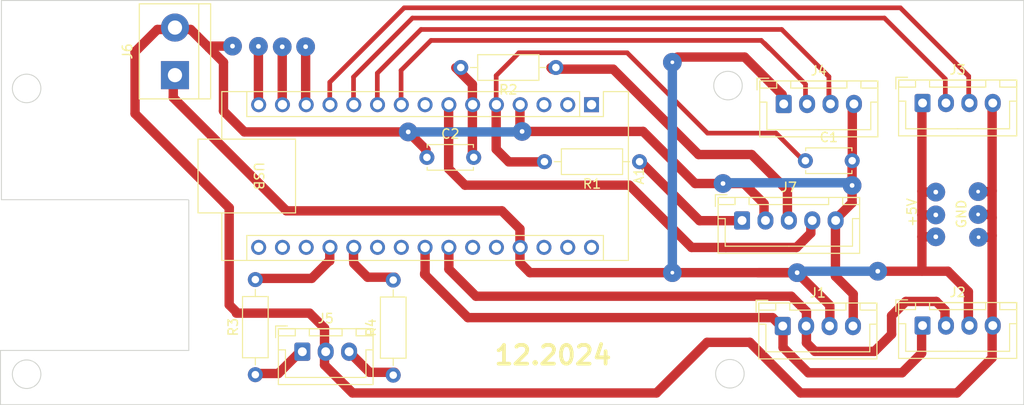
<source format=kicad_pcb>
(kicad_pcb (version 20211014) (generator pcbnew)
  (layers (0 "F.Cu" signal) (31 "B.Cu" signal) (34 "B.Paste" user) (35 "F.Paste" user) (36 "B.SilkS" user "B.Silkscreen") (37 "F.SilkS" user "F.Silkscreen") (38 "B.Mask" user) (39 "F.Mask" user) (44 "Edge.Cuts" user))
  (net 0 "")
  (net 4 "GNDREF")
  (net 5 "Net-(A1-Pad5)")
  (net 6 "Net-(A1-Pad6)")
  (net 7 "Net-(A1-Pad7)")
  (net 9 "Net-(A1-Pad9)")
  (net 10 "Net-(A1-Pad10)")
  (net 11 "Net-(A1-Pad11)")
  (net 12 "Net-(A1-Pad12)")
  (net 13 "Net-(A1-Pad13)")
  (net 14 "Net-(A1-Pad14)")
  (net 15 "unconnected-(A1-Pad15)")
  (net 19 "Net-(A1-Pad19)")
  (net 20 "Net-(A1-Pad20)")
  (net 23 "Net-(A1-Pad23)")
  (net 24 "Net-(A1-Pad24)")
  (net 26 "+5V")
  (net 29 "Net-(J5-Pad1)")
  (net 30 "Net-(J5-Pad3)")
  (net 33 "Net-(J7-Pad1)")
  (net 34 "Net-(J7-Pad3)")
  (footprint "Resistor_THT:R_Axial_DIN0207_L6.3mm_D2.5mm_P10.16mm_Horizontal" (layer "F.Cu") (at 80.5688 55.9816 90)
    (fp_text reference "R3" (at 5.08 -2.37 90) (layer "F.SilkS"))
    (fp_text value "4,7K")
    (fp_line (start 1.81 -1.37) (end 1.81 1.37) (layer "F.SilkS") (width 0.12))
    (fp_line (start 1.04 0) (end 1.81 0) (layer "F.SilkS") (width 0.12))
    (fp_line (start 1.81 1.37) (end 8.35 1.37) (layer "F.SilkS") (width 0.12))
    (fp_line (start 9.12 0) (end 8.35 0) (layer "F.SilkS") (width 0.12))
    (fp_line (start 8.35 1.37) (end 8.35 -1.37) (layer "F.SilkS") (width 0.12))
    (fp_line (start 8.35 -1.37) (end 1.81 -1.37) (layer "F.SilkS") (width 0.12))
    (pad "1" thru_hole circle (at 0 0 90) (size 1.6 1.6) (drill 0.8) (layers *.Cu *.Mask) (net 29 "Net-(J5-Pad1)"))
    (pad "2" thru_hole oval (at 10.16 0 90) (size 1.6 1.6) (drill 0.8) (layers *.Cu *.Mask) (net 19 "Net-(A1-Pad19)"))
  )
  (footprint "Capacitor_THT:C_Disc_D4.7mm_W2.5mm_P5.00mm" (layer "F.Cu") (at 139.3336 33.1216)
    (fp_text reference "C1" (at 2.5 -2.5) (layer "F.SilkS"))
    (fp_text value "100n")
    (fp_line (start 0.03 -1.37) (end 0.03 -1.055) (layer "F.SilkS") (width 0.12))
    (fp_line (start 4.97 1.055) (end 4.97 1.37) (layer "F.SilkS") (width 0.12))
    (fp_line (start 0.03 1.37) (end 4.97 1.37) (layer "F.SilkS") (width 0.12))
    (fp_line (start 0.03 -1.37) (end 4.97 -1.37) (layer "F.SilkS") (width 0.12))
    (fp_line (start 0.03 1.055) (end 0.03 1.37) (layer "F.SilkS") (width 0.12))
    (fp_line (start 4.97 -1.37) (end 4.97 -1.055) (layer "F.SilkS") (width 0.12))
    (pad "1" thru_hole circle (at 0 0) (size 1.6 1.6) (drill 0.8) (layers *.Cu *.Mask) (net 5 "Net-(A1-Pad5)"))
    (pad "2" thru_hole circle (at 5 0) (size 1.6 1.6) (drill 0.8) (layers *.Cu *.Mask) (net 4 "GNDREF"))
  )
  (footprint "Connector_JST:JST_XH_B3B-XH-A_1x03_P2.50mm_Vertical" (layer "F.Cu") (at 85.5872 53.5262)
    (fp_text reference "J5" (at 2.5 -3.55) (layer "F.SilkS"))
    (fp_text value "Audio IN")
    (fp_line (start -2.55 -2.45) (end -2.55 -1.7) (layer "F.SilkS") (width 0.12))
    (fp_line (start -1.6 -2.75) (end -2.85 -2.75) (layer "F.SilkS") (width 0.12))
    (fp_line (start -1.8 -0.2) (end -1.8 2.75) (layer "F.SilkS") (width 0.12))
    (fp_line (start -2.55 -0.2) (end -1.8 -0.2) (layer "F.SilkS") (width 0.12))
    (fp_line (start 0.75 -1.7) (end 4.25 -1.7) (layer "F.SilkS") (width 0.12))
    (fp_line (start 7.56 3.51) (end 7.56 -2.46) (layer "F.SilkS") (width 0.12))
    (fp_line (start 0.75 -2.45) (end 0.75 -1.7) (layer "F.SilkS") (width 0.12))
    (fp_line (start -2.56 -2.46) (end -2.56 3.51) (layer "F.SilkS") (width 0.12))
    (fp_line (start 5.75 -2.45) (end 5.75 -1.7) (layer "F.SilkS") (width 0.12))
    (fp_line (start -2.85 -2.75) (end -2.85 -1.5) (layer "F.SilkS") (width 0.12))
    (fp_line (start 4.25 -2.45) (end 0.75 -2.45) (layer "F.SilkS") (width 0.12))
    (fp_line (start 7.56 -2.46) (end -2.56 -2.46) (layer "F.SilkS") (width 0.12))
    (fp_line (start 4.25 -1.7) (end 4.25 -2.45) (layer "F.SilkS") (width 0.12))
    (fp_line (start 7.55 -0.2) (end 6.8 -0.2) (layer "F.SilkS") (width 0.12))
    (fp_line (start -2.55 -1.7) (end -0.75 -1.7) (layer "F.SilkS") (width 0.12))
    (fp_line (start 5.75 -1.7) (end 7.55 -1.7) (layer "F.SilkS") (width 0.12))
    (fp_line (start 7.55 -2.45) (end 5.75 -2.45) (layer "F.SilkS") (width 0.12))
    (fp_line (start -2.56 3.51) (end 7.56 3.51) (layer "F.SilkS") (width 0.12))
    (fp_line (start -0.75 -1.7) (end -0.75 -2.45) (layer "F.SilkS") (width 0.12))
    (fp_line (start 6.8 2.75) (end 2.5 2.75) (layer "F.SilkS") (width 0.12))
    (fp_line (start 7.55 -1.7) (end 7.55 -2.45) (layer "F.SilkS") (width 0.12))
    (fp_line (start 6.8 -0.2) (end 6.8 2.75) (layer "F.SilkS") (width 0.12))
    (fp_line (start -1.8 2.75) (end 2.5 2.75) (layer "F.SilkS") (width 0.12))
    (fp_line (start -0.75 -2.45) (end -2.55 -2.45) (layer "F.SilkS") (width 0.12))
    (pad "1" thru_hole roundrect (at 0 0) (size 1.7 1.95) (drill 0.95) (layers *.Cu *.Mask) (roundrect_rratio 0.147059) (net 29 "Net-(J5-Pad1)"))
    (pad "2" thru_hole oval (at 2.5 0) (size 1.7 1.95) (drill 0.95) (layers *.Cu *.Mask) (net 4 "GNDREF"))
    (pad "3" thru_hole oval (at 5 0) (size 1.7 1.95) (drill 0.95) (layers *.Cu *.Mask) (net 30 "Net-(J5-Pad3)"))
  )
  (footprint "Resistor_THT:R_Axial_DIN0207_L6.3mm_D2.5mm_P10.16mm_Horizontal" (layer "F.Cu") (at 121.6152 33.2232 180)
    (fp_text reference "R1" (at 5.08 -2.37) (layer "F.SilkS"))
    (fp_text value "10K")
    (fp_line (start 8.35 -1.37) (end 1.81 -1.37) (layer "F.SilkS") (width 0.12))
    (fp_line (start 1.04 0) (end 1.81 0) (layer "F.SilkS") (width 0.12))
    (fp_line (start 1.81 1.37) (end 8.35 1.37) (layer "F.SilkS") (width 0.12))
    (fp_line (start 9.12 0) (end 8.35 0) (layer "F.SilkS") (width 0.12))
    (fp_line (start 8.35 1.37) (end 8.35 -1.37) (layer "F.SilkS") (width 0.12))
    (fp_line (start 1.81 -1.37) (end 1.81 1.37) (layer "F.SilkS") (width 0.12))
    (pad "1" thru_hole circle (at 0 0 180) (size 1.6 1.6) (drill 0.8) (layers *.Cu *.Mask) (net 33 "Net-(J7-Pad1)"))
    (pad "2" thru_hole oval (at 10.16 0 180) (size 1.6 1.6) (drill 0.8) (layers *.Cu *.Mask) (net 5 "Net-(A1-Pad5)"))
  )
  (footprint "Resistor_THT:R_Axial_DIN0207_L6.3mm_D2.5mm_P10.16mm_Horizontal" (layer "F.Cu") (at 95.3008 56.0324 90)
    (fp_text reference "R4" (at 5.08 -2.37 90) (layer "F.SilkS"))
    (fp_text value "4,7K")
    (fp_line (start 1.04 0) (end 1.81 0) (layer "F.SilkS") (width 0.12))
    (fp_line (start 9.12 0) (end 8.35 0) (layer "F.SilkS") (width 0.12))
    (fp_line (start 8.35 -1.37) (end 1.81 -1.37) (layer "F.SilkS") (width 0.12))
    (fp_line (start 8.35 1.37) (end 8.35 -1.37) (layer "F.SilkS") (width 0.12))
    (fp_line (start 1.81 -1.37) (end 1.81 1.37) (layer "F.SilkS") (width 0.12))
    (fp_line (start 1.81 1.37) (end 8.35 1.37) (layer "F.SilkS") (width 0.12))
    (pad "1" thru_hole circle (at 0 0 90) (size 1.6 1.6) (drill 0.8) (layers *.Cu *.Mask) (net 30 "Net-(J5-Pad3)"))
    (pad "2" thru_hole oval (at 10.16 0 90) (size 1.6 1.6) (drill 0.8) (layers *.Cu *.Mask) (net 20 "Net-(A1-Pad20)"))
  )
  (footprint "Capacitor_THT:C_Disc_D4.7mm_W2.5mm_P5.00mm" (layer "F.Cu") (at 98.8968 32.766)
    (fp_text reference "C2" (at 2.5 -2.5) (layer "F.SilkS"))
    (fp_text value "100n")
    (fp_line (start 4.97 1.055) (end 4.97 1.37) (layer "F.SilkS") (width 0.12))
    (fp_line (start 0.03 1.055) (end 0.03 1.37) (layer "F.SilkS") (width 0.12))
    (fp_line (start 4.97 -1.37) (end 4.97 -1.055) (layer "F.SilkS") (width 0.12))
    (fp_line (start 0.03 1.37) (end 4.97 1.37) (layer "F.SilkS") (width 0.12))
    (fp_line (start 0.03 -1.37) (end 0.03 -1.055) (layer "F.SilkS") (width 0.12))
    (fp_line (start 0.03 -1.37) (end 4.97 -1.37) (layer "F.SilkS") (width 0.12))
    (pad "1" thru_hole circle (at 0 0) (size 1.6 1.6) (drill 0.8) (layers *.Cu *.Mask) (net 4 "GNDREF"))
    (pad "2" thru_hole circle (at 5 0) (size 1.6 1.6) (drill 0.8) (layers *.Cu *.Mask) (net 6 "Net-(A1-Pad6)"))
  )
  (footprint "TerminalBlock:TerminalBlock_bornier-2_P5.08mm" (layer "F.Cu") (at 71.9836 23.9776 90)
    (fp_text reference "J6" (at 2.54 -5.08 90) (layer "F.SilkS"))
    (fp_text value "5V")
    (fp_line (start 7.62 2.54) (end -2.54 2.54) (layer "F.SilkS") (width 0.12))
    (fp_line (start 7.62 -3.81) (end -2.54 -3.81) (layer "F.SilkS") (width 0.12))
    (fp_line (start -2.54 -3.81) (end -2.54 3.81) (layer "F.SilkS") (width 0.12))
    (fp_line (start -2.54 3.81) (end 7.62 3.81) (layer "F.SilkS") (width 0.12))
    (fp_line (start 7.62 3.81) (end 7.62 -3.81) (layer "F.SilkS") (width 0.12))
    (pad "1" thru_hole rect (at 0 0 90) (size 3 3) (drill 1.52) (layers *.Cu *.Mask) (net 26 "+5V"))
    (pad "2" thru_hole circle (at 5.08 0 90) (size 3 3) (drill 1.52) (layers *.Cu *.Mask) (net 4 "GNDREF"))
  )
  (footprint "Connector_JST:JST_XH_B4B-XH-A_1x04_P2.50mm_Vertical" (layer "F.Cu") (at 151.8504 26.9578)
    (fp_text reference "J3" (at 3.75 -3.55) (layer "F.SilkS"))
    (fp_text value "Реле 2")
    (fp_line (start -0.75 -1.7) (end -0.75 -2.45) (layer "F.SilkS") (width 0.12))
    (fp_line (start -1.8 2.75) (end 3.75 2.75) (layer "F.SilkS") (width 0.12))
    (fp_line (start 8.25 -1.7) (end 10.05 -1.7) (layer "F.SilkS") (width 0.12))
    (fp_line (start -2.55 -1.7) (end -0.75 -1.7) (layer "F.SilkS") (width 0.12))
    (fp_line (start -2.55 -2.45) (end -2.55 -1.7) (layer "F.SilkS") (width 0.12))
    (fp_line (start 0.75 -2.45) (end 0.75 -1.7) (layer "F.SilkS") (width 0.12))
    (fp_line (start 8.25 -2.45) (end 8.25 -1.7) (layer "F.SilkS") (width 0.12))
    (fp_line (start 10.05 -2.45) (end 8.25 -2.45) (layer "F.SilkS") (width 0.12))
    (fp_line (start 10.06 3.51) (end 10.06 -2.46) (layer "F.SilkS") (width 0.12))
    (fp_line (start -2.85 -2.75) (end -2.85 -1.5) (layer "F.SilkS") (width 0.12))
    (fp_line (start 9.3 -0.2) (end 9.3 2.75) (layer "F.SilkS") (width 0.12))
    (fp_line (start 10.05 -1.7) (end 10.05 -2.45) (layer "F.SilkS") (width 0.12))
    (fp_line (start -2.55 -0.2) (end -1.8 -0.2) (layer "F.SilkS") (width 0.12))
    (fp_line (start 0.75 -1.7) (end 6.75 -1.7) (layer "F.SilkS") (width 0.12))
    (fp_line (start 10.05 -0.2) (end 9.3 -0.2) (layer "F.SilkS") (width 0.12))
    (fp_line (start 10.06 -2.46) (end -2.56 -2.46) (layer "F.SilkS") (width 0.12))
    (fp_line (start 6.75 -2.45) (end 0.75 -2.45) (layer "F.SilkS") (width 0.12))
    (fp_line (start 6.75 -1.7) (end 6.75 -2.45) (layer "F.SilkS") (width 0.12))
    (fp_line (start -0.75 -2.45) (end -2.55 -2.45) (layer "F.SilkS") (width 0.12))
    (fp_line (start -1.6 -2.75) (end -2.85 -2.75) (layer "F.SilkS") (width 0.12))
    (fp_line (start 9.3 2.75) (end 3.75 2.75) (layer "F.SilkS") (width 0.12))
    (fp_line (start -2.56 3.51) (end 10.06 3.51) (layer "F.SilkS") (width 0.12))
    (fp_line (start -1.8 -0.2) (end -1.8 2.75) (layer "F.SilkS") (width 0.12))
    (fp_line (start -2.56 -2.46) (end -2.56 3.51) (layer "F.SilkS") (width 0.12))
    (pad "1" thru_hole roundrect (at 0 0) (size 1.7 1.95) (drill 0.95) (layers *.Cu *.Mask) (roundrect_rratio 0.147059) (net 26 "+5V"))
    (pad "2" thru_hole oval (at 2.5 0) (size 1.7 1.95) (drill 0.95) (layers *.Cu *.Mask) (net 11 "Net-(A1-Pad11)"))
    (pad "3" thru_hole oval (at 5 0) (size 1.7 1.95) (drill 0.95) (layers *.Cu *.Mask) (net 12 "Net-(A1-Pad12)"))
    (pad "4" thru_hole oval (at 7.5 0) (size 1.7 1.95) (drill 0.95) (layers *.Cu *.Mask) (net 4 "GNDREF"))
  )
  (footprint "Module:Arduino_Nano" (layer "F.Cu") (at 116.4844 27.1372 -90)
    (fp_text reference "A1" (at 7.62 -5.08 90) (layer "F.SilkS"))
    (fp_text value "Arduino_Nano_v3.x")
    (fp_text user "USB" (at 7.62 35.56 -90 unlocked) (layer "F.SilkS"))
    (fp_line (start -1.4 1.27) (end -1.4 39.5) (layer "F.SilkS") (width 0.12))
    (fp_line (start 13.97 36.83) (end 16.64 36.83) (layer "F.SilkS") (width 0.12))
    (fp_line (start 11.56 42.04) (end 3.68 42.04) (layer "F.SilkS") (width 0.12))
    (fp_line (start 16.64 39.5) (end 16.64 -3.94) (layer "F.SilkS") (width 0.12))
    (fp_line (start 1.27 1.27) (end 1.27 -1.27) (layer "F.SilkS") (width 0.12))
    (fp_line (start 1.27 1.27) (end -1.4 1.27) (layer "F.SilkS") (width 0.12))
    (fp_line (start 16.64 -3.94) (end -1.4 -3.94) (layer "F.SilkS") (width 0.12))
    (fp_line (start 16.64 39.5) (end 11.56 39.5) (layer "F.SilkS") (width 0.12))
    (fp_line (start 13.97 -1.27) (end 16.64 -1.27) (layer "F.SilkS") (width 0.12))
    (fp_line (start 1.27 1.27) (end 1.27 36.83) (layer "F.SilkS") (width 0.12))
    (fp_line (start 3.68 31.62) (end 11.56 31.62) (layer "F.SilkS") (width 0.12))
    (fp_line (start 3.68 42.04) (end 3.68 31.62) (layer "F.SilkS") (width 0.12))
    (fp_line (start -1.4 39.5) (end 3.68 39.5) (layer "F.SilkS") (width 0.12))
    (fp_line (start 1.27 -1.27) (end -1.4 -1.27) (layer "F.SilkS") (width 0.12))
    (fp_line (start 13.97 -1.27) (end 13.97 36.83) (layer "F.SilkS") (width 0.12))
    (fp_line (start 1.27 36.83) (end -1.4 36.83) (layer "F.SilkS") (width 0.12))
    (fp_line (start 11.56 31.62) (end 11.56 42.04) (layer "F.SilkS") (width 0.12))
    (fp_line (start -1.4 -3.94) (end -1.4 -1.27) (layer "F.SilkS") (width 0.12))
    (pad "1" thru_hole rect (at 0 0 270) (size 1.6 1.6) (drill 1) (layers *.Cu *.Mask))
    (pad "2" thru_hole oval (at 0 2.54 270) (size 1.6 1.6) (drill 1) (layers *.Cu *.Mask))
    (pad "3" thru_hole oval (at 0 5.08 270) (size 1.6 1.6) (drill 1) (layers *.Cu *.Mask))
    (pad "4" thru_hole oval (at 0 7.62 270) (size 1.6 1.6) (drill 1) (layers *.Cu *.Mask) (net 4 "GNDREF"))
    (pad "5" thru_hole oval (at 0 10.16 270) (size 1.6 1.6) (drill 1) (layers *.Cu *.Mask) (net 5 "Net-(A1-Pad5)"))
    (pad "6" thru_hole oval (at 0 12.7 270) (size 1.6 1.6) (drill 1) (layers *.Cu *.Mask) (net 6 "Net-(A1-Pad6)"))
    (pad "7" thru_hole oval (at 0 15.24 270) (size 1.6 1.6) (drill 1) (layers *.Cu *.Mask) (net 7 "Net-(A1-Pad7)"))
    (pad "8" thru_hole oval (at 0 17.78 270) (size 1.6 1.6) (drill 1) (layers *.Cu *.Mask))
    (pad "9" thru_hole oval (at 0 20.32 270) (size 1.6 1.6) (drill 1) (layers *.Cu *.Mask) (net 9 "Net-(A1-Pad9)"))
    (pad "10" thru_hole oval (at 0 22.86 270) (size 1.6 1.6) (drill 1) (layers *.Cu *.Mask) (net 10 "Net-(A1-Pad10)"))
    (pad "11" thru_hole oval (at 0 25.4 270) (size 1.6 1.6) (drill 1) (layers *.Cu *.Mask) (net 11 "Net-(A1-Pad11)"))
    (pad "12" thru_hole oval (at 0 27.94 270) (size 1.6 1.6) (drill 1) (layers *.Cu *.Mask) (net 12 "Net-(A1-Pad12)"))
    (pad "13" thru_hole oval (at 0 30.48 270) (size 1.6 1.6) (drill 1) (layers *.Cu *.Mask) (net 13 "Net-(A1-Pad13)"))
    (pad "14" thru_hole oval (at 0 33.02 270) (size 1.6 1.6) (drill 1) (layers *.Cu *.Mask) (net 14 "Net-(A1-Pad14)"))
    (pad "15" thru_hole oval (at 0 35.56 270) (size 1.6 1.6) (drill 1) (layers *.Cu *.Mask) (net 15 "unconnected-(A1-Pad15)"))
    (pad "16" thru_hole oval (at 15.24 35.56 270) (size 1.6 1.6) (drill 1) (layers *.Cu *.Mask))
    (pad "17" thru_hole oval (at 15.24 33.02 270) (size 1.6 1.6) (drill 1) (layers *.Cu *.Mask))
    (pad "18" thru_hole oval (at 15.24 30.48 270) (size 1.6 1.6) (drill 1) (layers *.Cu *.Mask))
    (pad "19" thru_hole oval (at 15.24 27.94 270) (size 1.6 1.6) (drill 1) (layers *.Cu *.Mask) (net 19 "Net-(A1-Pad19)"))
    (pad "20" thru_hole oval (at 15.24 25.4 270) (size 1.6 1.6) (drill 1) (layers *.Cu *.Mask) (net 20 "Net-(A1-Pad20)"))
    (pad "21" thru_hole oval (at 15.24 22.86 270) (size 1.6 1.6) (drill 1) (layers *.Cu *.Mask))
    (pad "22" thru_hole oval (at 15.24 20.32 270) (size 1.6 1.6) (drill 1) (layers *.Cu *.Mask))
    (pad "23" thru_hole oval (at 15.24 17.78 270) (size 1.6 1.6) (drill 1) (layers *.Cu *.Mask) (net 23 "Net-(A1-Pad23)"))
    (pad "24" thru_hole oval (at 15.24 15.24 270) (size 1.6 1.6) (drill 1) (layers *.Cu *.Mask) (net 24 "Net-(A1-Pad24)"))
    (pad "25" thru_hole oval (at 15.24 12.7 270) (size 1.6 1.6) (drill 1) (layers *.Cu *.Mask))
    (pad "26" thru_hole oval (at 15.24 10.16 270) (size 1.6 1.6) (drill 1) (layers *.Cu *.Mask))
    (pad "27" thru_hole oval (at 15.24 7.62 270) (size 1.6 1.6) (drill 1) (layers *.Cu *.Mask) (net 26 "+5V"))
    (pad "28" thru_hole oval (at 15.24 5.08 270) (size 1.6 1.6) (drill 1) (layers *.Cu *.Mask))
    (pad "29" thru_hole oval (at 15.24 2.54 270) (size 1.6 1.6) (drill 1) (layers *.Cu *.Mask))
    (pad "30" thru_hole oval (at 15.24 0 270) (size 1.6 1.6) (drill 1) (layers *.Cu *.Mask))
  )
  (footprint "Resistor_THT:R_Axial_DIN0207_L6.3mm_D2.5mm_P10.16mm_Horizontal" (layer "F.Cu") (at 112.6744 23.1648 180)
    (fp_text reference "R2" (at 5.08 -2.37) (layer "F.SilkS"))
    (fp_text value "10K")
    (fp_line (start 1.04 0) (end 1.81 0) (layer "F.SilkS") (width 0.12))
    (fp_line (start 1.81 -1.37) (end 1.81 1.37) (layer "F.SilkS") (width 0.12))
    (fp_line (start 1.81 1.37) (end 8.35 1.37) (layer "F.SilkS") (width 0.12))
    (fp_line (start 8.35 -1.37) (end 1.81 -1.37) (layer "F.SilkS") (width 0.12))
    (fp_line (start 9.12 0) (end 8.35 0) (layer "F.SilkS") (width 0.12))
    (fp_line (start 8.35 1.37) (end 8.35 -1.37) (layer "F.SilkS") (width 0.12))
    (pad "1" thru_hole circle (at 0 0 180) (size 1.6 1.6) (drill 0.8) (layers *.Cu *.Mask) (net 34 "Net-(J7-Pad3)"))
    (pad "2" thru_hole oval (at 10.16 0 180) (size 1.6 1.6) (drill 0.8) (layers *.Cu *.Mask) (net 6 "Net-(A1-Pad6)"))
  )
  (footprint "Connector_JST:JST_XH_B4B-XH-A_1x04_P2.50mm_Vertical" (layer "F.Cu") (at 136.9152 50.783)
    (fp_text reference "J1" (at 3.75 -3.55) (layer "F.SilkS"))
    (fp_text value "LCD1602-1")
    (fp_line (start -0.75 -1.7) (end -0.75 -2.45) (layer "F.SilkS") (width 0.12))
    (fp_line (start 9.3 -0.2) (end 9.3 2.75) (layer "F.SilkS") (width 0.12))
    (fp_line (start 6.75 -1.7) (end 6.75 -2.45) (layer "F.SilkS") (width 0.12))
    (fp_line (start -2.55 -2.45) (end -2.55 -1.7) (layer "F.SilkS") (width 0.12))
    (fp_line (start -1.6 -2.75) (end -2.85 -2.75) (layer "F.SilkS") (width 0.12))
    (fp_line (start -0.75 -2.45) (end -2.55 -2.45) (layer "F.SilkS") (width 0.12))
    (fp_line (start -2.55 -0.2) (end -1.8 -0.2) (layer "F.SilkS") (width 0.12))
    (fp_line (start -2.56 -2.46) (end -2.56 3.51) (layer "F.SilkS") (width 0.12))
    (fp_line (start -2.85 -2.75) (end -2.85 -1.5) (layer "F.SilkS") (width 0.12))
    (fp_line (start 10.05 -2.45) (end 8.25 -2.45) (layer "F.SilkS") (width 0.12))
    (fp_line (start 8.25 -1.7) (end 10.05 -1.7) (layer "F.SilkS") (width 0.12))
    (fp_line (start 9.3 2.75) (end 3.75 2.75) (layer "F.SilkS") (width 0.12))
    (fp_line (start -1.8 2.75) (end 3.75 2.75) (layer "F.SilkS") (width 0.12))
    (fp_line (start -1.8 -0.2) (end -1.8 2.75) (layer "F.SilkS") (width 0.12))
    (fp_line (start -2.56 3.51) (end 10.06 3.51) (layer "F.SilkS") (width 0.12))
    (fp_line (start 10.06 -2.46) (end -2.56 -2.46) (layer "F.SilkS") (width 0.12))
    (fp_line (start 6.75 -2.45) (end 0.75 -2.45) (layer "F.SilkS") (width 0.12))
    (fp_line (start 10.05 -1.7) (end 10.05 -2.45) (layer "F.SilkS") (width 0.12))
    (fp_line (start 10.06 3.51) (end 10.06 -2.46) (layer "F.SilkS") (width 0.12))
    (fp_line (start 0.75 -2.45) (end 0.75 -1.7) (layer "F.SilkS") (width 0.12))
    (fp_line (start 8.25 -2.45) (end 8.25 -1.7) (layer "F.SilkS") (width 0.12))
    (fp_line (start 10.05 -0.2) (end 9.3 -0.2) (layer "F.SilkS") (width 0.12))
    (fp_line (start 0.75 -1.7) (end 6.75 -1.7) (layer "F.SilkS") (width 0.12))
    (fp_line (start -2.55 -1.7) (end -0.75 -1.7) (layer "F.SilkS") (width 0.12))
    (pad "1" thru_hole roundrect (at 0 0) (size 1.7 1.95) (drill 0.95) (layers *.Cu *.Mask) (roundrect_rratio 0.147059) (net 23 "Net-(A1-Pad23)"))
    (pad "2" thru_hole oval (at 2.5 0) (size 1.7 1.95) (drill 0.95) (layers *.Cu *.Mask) (net 24 "Net-(A1-Pad24)"))
    (pad "3" thru_hole oval (at 5 0) (size 1.7 1.95) (drill 0.95) (layers *.Cu *.Mask) (net 26 "+5V"))
    (pad "4" thru_hole oval (at 7.5 0) (size 1.7 1.95) (drill 0.95) (layers *.Cu *.Mask) (net 4 "GNDREF"))
  )
  (footprint "Connector_JST:JST_XH_B4B-XH-A_1x04_P2.50mm_Vertical" (layer "F.Cu") (at 151.8504 50.7322)
    (fp_text reference "J2" (at 3.75 -3.55) (layer "F.SilkS"))
    (fp_text value "LCD1602-2")
    (fp_line (start -2.55 -1.7) (end -0.75 -1.7) (layer "F.SilkS") (width 0.12))
    (fp_line (start -1.8 -0.2) (end -1.8 2.75) (layer "F.SilkS") (width 0.12))
    (fp_line (start -2.85 -2.75) (end -2.85 -1.5) (layer "F.SilkS") (width 0.12))
    (fp_line (start -2.55 -2.45) (end -2.55 -1.7) (layer "F.SilkS") (width 0.12))
    (fp_line (start -0.75 -2.45) (end -2.55 -2.45) (layer "F.SilkS") (width 0.12))
    (fp_line (start -2.56 -2.46) (end -2.56 3.51) (layer "F.SilkS") (width 0.12))
    (fp_line (start 0.75 -2.45) (end 0.75 -1.7) (layer "F.SilkS") (width 0.12))
    (fp_line (start -1.6 -2.75) (end -2.85 -2.75) (layer "F.SilkS") (width 0.12))
    (fp_line (start -0.75 -1.7) (end -0.75 -2.45) (layer "F.SilkS") (width 0.12))
    (fp_line (start 8.25 -1.7) (end 10.05 -1.7) (layer "F.SilkS") (width 0.12))
    (fp_line (start -1.8 2.75) (end 3.75 2.75) (layer "F.SilkS") (width 0.12))
    (fp_line (start 6.75 -2.45) (end 0.75 -2.45) (layer "F.SilkS") (width 0.12))
    (fp_line (start 9.3 2.75) (end 3.75 2.75) (layer "F.SilkS") (width 0.12))
    (fp_line (start 9.3 -0.2) (end 9.3 2.75) (layer "F.SilkS") (width 0.12))
    (fp_line (start 10.05 -2.45) (end 8.25 -2.45) (layer "F.SilkS") (width 0.12))
    (fp_line (start 10.05 -1.7) (end 10.05 -2.45) (layer "F.SilkS") (width 0.12))
    (fp_line (start 10.05 -0.2) (end 9.3 -0.2) (layer "F.SilkS") (width 0.12))
    (fp_line (start 6.75 -1.7) (end 6.75 -2.45) (layer "F.SilkS") (width 0.12))
    (fp_line (start 10.06 3.51) (end 10.06 -2.46) (layer "F.SilkS") (width 0.12))
    (fp_line (start -2.55 -0.2) (end -1.8 -0.2) (layer "F.SilkS") (width 0.12))
    (fp_line (start 8.25 -2.45) (end 8.25 -1.7) (layer "F.SilkS") (width 0.12))
    (fp_line (start 0.75 -1.7) (end 6.75 -1.7) (layer "F.SilkS") (width 0.12))
    (fp_line (start 10.06 -2.46) (end -2.56 -2.46) (layer "F.SilkS") (width 0.12))
    (fp_line (start -2.56 3.51) (end 10.06 3.51) (layer "F.SilkS") (width 0.12))
    (pad "1" thru_hole roundrect (at 0 0) (size 1.7 1.95) (drill 0.95) (layers *.Cu *.Mask) (roundrect_rratio 0.147059) (net 23 "Net-(A1-Pad23)"))
    (pad "2" thru_hole oval (at 2.5 0) (size 1.7 1.95) (drill 0.95) (layers *.Cu *.Mask) (net 24 "Net-(A1-Pad24)"))
    (pad "3" thru_hole oval (at 5 0) (size 1.7 1.95) (drill 0.95) (layers *.Cu *.Mask) (net 26 "+5V"))
    (pad "4" thru_hole oval (at 7.5 0) (size 1.7 1.95) (drill 0.95) (layers *.Cu *.Mask) (net 4 "GNDREF"))
  )
  (footprint "Connector_JST:JST_XH_B4B-XH-A_1x04_P2.50mm_Vertical" (layer "F.Cu") (at 137.0168 27.0594)
    (fp_text reference "J4" (at 3.75 -3.55) (layer "F.SilkS"))
    (fp_text value "Реле 1")
    (fp_line (start 10.06 3.51) (end 10.06 -2.46) (layer "F.SilkS") (width 0.12))
    (fp_line (start -2.55 -2.45) (end -2.55 -1.7) (layer "F.SilkS") (width 0.12))
    (fp_line (start 8.25 -1.7) (end 10.05 -1.7) (layer "F.SilkS") (width 0.12))
    (fp_line (start -1.8 -0.2) (end -1.8 2.75) (layer "F.SilkS") (width 0.12))
    (fp_line (start -2.55 -1.7) (end -0.75 -1.7) (layer "F.SilkS") (width 0.12))
    (fp_line (start 10.05 -1.7) (end 10.05 -2.45) (layer "F.SilkS") (width 0.12))
    (fp_line (start 9.3 -0.2) (end 9.3 2.75) (layer "F.SilkS") (width 0.12))
    (fp_line (start -2.55 -0.2) (end -1.8 -0.2) (layer "F.SilkS") (width 0.12))
    (fp_line (start -0.75 -2.45) (end -2.55 -2.45) (layer "F.SilkS") (width 0.12))
    (fp_line (start -2.56 -2.46) (end -2.56 3.51) (layer "F.SilkS") (width 0.12))
    (fp_line (start 10.05 -2.45) (end 8.25 -2.45) (layer "F.SilkS") (width 0.12))
    (fp_line (start 6.75 -1.7) (end 6.75 -2.45) (layer "F.SilkS") (width 0.12))
    (fp_line (start -0.75 -1.7) (end -0.75 -2.45) (layer "F.SilkS") (width 0.12))
    (fp_line (start 0.75 -2.45) (end 0.75 -1.7) (layer "F.SilkS") (width 0.12))
    (fp_line (start 6.75 -2.45) (end 0.75 -2.45) (layer "F.SilkS") (width 0.12))
    (fp_line (start -2.85 -2.75) (end -2.85 -1.5) (layer "F.SilkS") (width 0.12))
    (fp_line (start 10.05 -0.2) (end 9.3 -0.2) (layer "F.SilkS") (width 0.12))
    (fp_line (start 0.75 -1.7) (end 6.75 -1.7) (layer "F.SilkS") (width 0.12))
    (fp_line (start 10.06 -2.46) (end -2.56 -2.46) (layer "F.SilkS") (width 0.12))
    (fp_line (start -1.6 -2.75) (end -2.85 -2.75) (layer "F.SilkS") (width 0.12))
    (fp_line (start -1.8 2.75) (end 3.75 2.75) (layer "F.SilkS") (width 0.12))
    (fp_line (start 9.3 2.75) (end 3.75 2.75) (layer "F.SilkS") (width 0.12))
    (fp_line (start -2.56 3.51) (end 10.06 3.51) (layer "F.SilkS") (width 0.12))
    (fp_line (start 8.25 -2.45) (end 8.25 -1.7) (layer "F.SilkS") (width 0.12))
    (pad "1" thru_hole roundrect (at 0 0) (size 1.7 1.95) (drill 0.95) (layers *.Cu *.Mask) (roundrect_rratio 0.147059) (net 26 "+5V"))
    (pad "2" thru_hole oval (at 2.5 0) (size 1.7 1.95) (drill 0.95) (layers *.Cu *.Mask) (net 9 "Net-(A1-Pad9)"))
    (pad "3" thru_hole oval (at 5 0) (size 1.7 1.95) (drill 0.95) (layers *.Cu *.Mask) (net 10 "Net-(A1-Pad10)"))
    (pad "4" thru_hole oval (at 7.5 0) (size 1.7 1.95) (drill 0.95) (layers *.Cu *.Mask) (net 4 "GNDREF"))
  )
  (footprint "Connector_JST:JST_XH_B5B-XH-A_1x05_P2.50mm_Vertical" (layer "F.Cu") (at 132.5664 39.5054)
    (fp_text reference "J7" (at 5 -3.55) (layer "F.SilkS"))
    (fp_text value "Encoder")
    (fp_line (start 0.75 -2.45) (end 0.75 -1.7) (layer "F.SilkS") (width 0.12))
    (fp_line (start -1.8 2.75) (end 5 2.75) (layer "F.SilkS") (width 0.12))
    (fp_line (start 11.8 2.75) (end 5 2.75) (layer "F.SilkS") (width 0.12))
    (fp_line (start 9.25 -1.7) (end 9.25 -2.45) (layer "F.SilkS") (width 0.12))
    (fp_line (start -2.85 -2.75) (end -2.85 -1.5) (layer "F.SilkS") (width 0.12))
    (fp_line (start -2.55 -1.7) (end -0.75 -1.7) (layer "F.SilkS") (width 0.12))
    (fp_line (start 12.55 -1.7) (end 12.55 -2.45) (layer "F.SilkS") (width 0.12))
    (fp_line (start -2.56 3.51) (end 12.56 3.51) (layer "F.SilkS") (width 0.12))
    (fp_line (start 12.56 -2.46) (end -2.56 -2.46) (layer "F.SilkS") (width 0.12))
    (fp_line (start -2.55 -0.2) (end -1.8 -0.2) (layer "F.SilkS") (width 0.12))
    (fp_line (start 12.55 -0.2) (end 11.8 -0.2) (layer "F.SilkS") (width 0.12))
    (fp_line (start -2.55 -2.45) (end -2.55 -1.7) (layer "F.SilkS") (width 0.12))
    (fp_line (start 10.75 -1.7) (end 12.55 -1.7) (layer "F.SilkS") (width 0.12))
    (fp_line (start 10.75 -2.45) (end 10.75 -1.7) (layer "F.SilkS") (width 0.12))
    (fp_line (start 11.8 -0.2) (end 11.8 2.75) (layer "F.SilkS") (width 0.12))
    (fp_line (start 9.25 -2.45) (end 0.75 -2.45) (layer "F.SilkS") (width 0.12))
    (fp_line (start 12.55 -2.45) (end 10.75 -2.45) (layer "F.SilkS") (width 0.12))
    (fp_line (start 12.56 3.51) (end 12.56 -2.46) (layer "F.SilkS") (width 0.12))
    (fp_line (start 0.75 -1.7) (end 9.25 -1.7) (layer "F.SilkS") (width 0.12))
    (fp_line (start -0.75 -1.7) (end -0.75 -2.45) (layer "F.SilkS") (width 0.12))
    (fp_line (start -1.6 -2.75) (end -2.85 -2.75) (layer "F.SilkS") (width 0.12))
    (fp_line (start -0.75 -2.45) (end -2.55 -2.45) (layer "F.SilkS") (width 0.12))
    (fp_line (start -2.56 -2.46) (end -2.56 3.51) (layer "F.SilkS") (width 0.12))
    (fp_line (start -1.8 -0.2) (end -1.8 2.75) (layer "F.SilkS") (width 0.12))
    (pad "1" thru_hole roundrect (at 0 0) (size 1.7 1.95) (drill 0.95) (layers *.Cu *.Mask) (roundrect_rratio 0.147059) (net 33 "Net-(J7-Pad1)"))
    (pad "2" thru_hole oval (at 2.5 0) (size 1.7 1.95) (drill 0.95) (layers *.Cu *.Mask) (net 4 "GNDREF"))
    (pad "3" thru_hole oval (at 5 0) (size 1.7 1.95) (drill 0.95) (layers *.Cu *.Mask) (net 34 "Net-(J7-Pad3)"))
    (pad "4" thru_hole oval (at 7.5 0) (size 1.7 1.95) (drill 0.95) (layers *.Cu *.Mask) (net 7 "Net-(A1-Pad7)"))
    (pad "5" thru_hole oval (at 10 0) (size 1.7 1.95) (drill 0.95) (layers *.Cu *.Mask) (net 4 "GNDREF"))
  )
  (gr_circle (center 56.134 55.9308) (end 56.896 57.2516) (layer "Edge.Cuts") (width 0.1) (fill none))
  (gr_line (start 53.4416 16.002) (end 162.6616 16.002) (layer "Edge.Cuts") (width 0.1))
  (gr_line (start 73.4568 53.3908) (end 53.34 53.3908) (layer "Edge.Cuts") (width 0.1))
  (gr_circle (center 131.064 25.0952) (end 131.826 26.416) (layer "Edge.Cuts") (width 0.1) (fill none))
  (gr_line (start 53.4416 37.2872) (end 53.4416 16.002) (layer "Edge.Cuts") (width 0.1))
  (gr_line (start 162.6616 16.002) (end 162.6616 59.182) (layer "Edge.Cuts") (width 0.1))
  (gr_line (start 162.6616 59.182) (end 53.34 59.182) (layer "Edge.Cuts") (width 0.1))
  (gr_line (start 53.34 59.182) (end 53.34 53.3908) (layer "Edge.Cuts") (width 0.1))
  (gr_line (start 53.4416 37.2872) (end 73.406 37.2872) (layer "Edge.Cuts") (width 0.1))
  (gr_circle (center 56.134 25.4) (end 56.896 26.7208) (layer "Edge.Cuts") (width 0.1) (fill none))
  (gr_circle (center 131.2672 55.88) (end 132.0292 57.2008) (layer "Edge.Cuts") (width 0.1) (fill none))
  (gr_line (start 73.4568 37.338) (end 73.4568 53.3908) (layer "Edge.Cuts") (width 0.1))
  (gr_text "12.2024" (at 112.3696 53.8988) (layer "F.SilkS") (effects (font (size 2 2) (thickness 0.4))))
  (gr_text "+5V" (at 150.7236 38.6588 90) (layer "F.SilkS") (effects (font (size 1 1))))
  (gr_text "GND" (at 156.0068 38.8112 90) (layer "F.SilkS") (effects (font (size 1 1))))
  (segment (start 158.9488 38.862) (end 159.2812 39.1944) (width 0.25) (layer "F.Cu") (net 4))
  (segment (start 142.414 39.52735) (end 142.5448 39.65815) (width 1) (layer "F.Cu") (net 4))
  (segment (start 155.52765 57.93395) (end 159.2812 54.1804) (width 1) (layer "F.Cu") (net 4))
  (segment (start 77.7748 38.1508) (end 77.7748 38.4556) (width 1) (layer "F.Cu") (net 4))
  (segment (start 98.7952 31.93895) (end 96.901 30.04475) (width 1) (layer "F.Cu") (net 4))
  (segment (start 159.2812 41.1248) (end 159.2812 39.1944) (width 1) (layer "F.Cu") (net 4))
  (segment (start 67.7164 21.4884) (end 67.7164 28.0924) (width 1) (layer "F.Cu") (net 4))
  (segment (start 87.9602 54.9402) (end 90.8304 57.8104) (width 1) (layer "F.Cu") (net 4))
  (segment (start 142.3016 39.41495) (end 142.414 39.52735) (width 0.25) (layer "F.Cu") (net 4))
  (segment (start 159.2812 39.1944) (end 159.2812 36.3452) (width 1) (layer "F.Cu") (net 4))
  (segment (start 108.839 29.76535) (end 108.839 27.12375) (width 1) (layer "F.Cu") (net 4))
  (segment (start 123.42205 57.93395) (end 128.8288 52.5272) (width 1) (layer "F.Cu") (net 4))
  (segment (start 70.104 19.1008) (end 67.7164 21.4884) (width 1) (layer "F.Cu") (net 4))
  (segment (start 142.5448 39.65815) (end 142.5448 45.466) (width 1) (layer "F.Cu") (net 4))
  (segment (start 128.8288 52.5272) (end 133.4008 52.5272) (width 1) (layer "F.Cu") (net 4))
  (segment (start 144.2828 33.274) (end 144.3228 33.314) (width 1) (layer "F.Cu") (net 4))
  (segment (start 73.66 19.1008) (end 71.7296 19.1008) (width 1) (layer "F.Cu") (net 4))
  (segment (start 78.1304 20.8788) (end 75.7936 20.8788) (width 1) (layer "F.Cu") (net 4))
  (segment (start 77.7748 48.514) (end 78.6384 49.3776) (width 1) (layer "F.Cu") (net 4))
  (segment (start 77.7748 38.1508) (end 77.7748 48.514) (width 1) (layer "F.Cu") (net 4))
  (segment (start 144.3444 26.6992) (end 144.3444 33.2124) (width 1) (layer "F.Cu") (net 4))
  (segment (start 134.9248 37.71555) (end 134.914 37.72635) (width 0.25) (layer "F.Cu") (net 4))
  (segment (start 144.3444 33.2124) (end 144.2828 33.274) (width 1) (layer "F.Cu") (net 4))
  (segment (start 71.7296 19.1008) (end 70.104 19.1008) (width 1) (layer "F.Cu") (net 4))
  (segment (start 87.9602 51.00665) (end 87.9602 53.4246) (width 1) (layer "F.Cu") (net 4))
  (segment (start 79.399 30.04475) (end 77.1652 27.81095) (width 1) (layer "F.Cu") (net 4))
  (segment (start 90.95395 57.93395) (end 123.42205 57.93395) (width 1) (layer "F.Cu") (net 4))
  (segment (start 144.3228 37.61855) (end 142.414 39.52735) (width 1) (layer "F.Cu") (net 4))
  (segment (start 134.914 37.72635) (end 134.914 39.52735) (width 1) (layer "F.Cu") (net 4))
  (segment (start 99.1508 32.83875) (end 98.846 32.83875) (width 0.25) (layer "F.Cu") (net 4))
  (segment (start 77.1652 22.606) (end 75.6158 21.0566) (width 1) (layer "F.Cu") (net 4))
  (segment (start 87.9602 53.4246) (end 87.9602 54.9402) (width 1) (layer "F.Cu") (net 4))
  (segment (start 78.5368 49.40645) (end 86.36 49.40645) (width 1) (layer "F.Cu") (net 4))
  (segment (start 96.901 30.04475) (end 79.399 30.04475) (width 1) (layer "F.Cu") (net 4))
  (segment (start 109.0676 29.99395) (end 121.99275 29.99395) (width 1) (layer "F.Cu") (net 4))
  (segment (start 75.6158 21.0566) (end 73.66 19.1008) (width 1) (layer "F.Cu") (net 4))
  (segment (start 77.216 37.592) (end 77.7748 38.1508) (width 1) (layer "F.Cu") (net 4))
  (segment (start 67.7164 28.0924) (end 77.7748 38.1508) (width 1) (layer "F.Cu") (net 4))
  (segment (start 159.1056 41.3004) (end 159.2812 41.1248) (width 0.25) (layer "F.Cu") (net 4))
  (segment (start 121.99275 29.99395) (end 127.55535 35.55655) (width 1) (layer "F.Cu") (net 4))
  (segment (start 144.446 47.3672) (end 144.446 51.0101) (width 1) (layer "F.Cu") (net 4))
  (segment (start 130.5306 35.55655) (end 132.7658 35.55655) (width 1) (layer "F.Cu") (net 4))
  (segment (start 86.36 49.40645) (end 87.9602 51.00665) (width 1) (layer "F.Cu") (net 4))
  (segment (start 144.272 26.7716) (end 144.3444 26.6992) (width 1) (layer "F.Cu") (net 4))
  (segment (start 157.7848 36.4236) (end 159.2028 36.4236) (width 1) (layer "F.Cu") (net 4))
  (segment (start 157.7848 38.862) (end 158.9488 38.862) (width 1) (layer "F.Cu") (net 4))
  (segment (start 159.2812 36.3452) (end 159.2812 26.7569) (width 1) (layer "F.Cu") (net 4))
  (segment (start 133.4008 52.5272) (end 138.80755 57.93395) (width 1) (layer "F.Cu") (net 4))
  (segment (start 98.846 32.83875) (end 98.7952 32.78795) (width 0.25) (layer "F.Cu") (net 4))
  (segment (start 127.55535 35.55655) (end 130.5306 35.55655) (width 1) (layer "F.Cu") (net 4))
  (segment (start 132.7658 35.55655) (end 134.9248 37.71555) (width 1) (layer "F.Cu") (net 4))
  (segment (start 75.7936 20.8788) (end 75.6158 21.0566) (width 0.25) (layer "F.Cu") (net 4))
  (segment (start 142.5448 45.466) (end 144.446 47.3672) (width 1) (layer "F.Cu") (net 4))
  (segment (start 159.2812 54.1804) (end 159.2812 41.1248) (width 1) (layer "F.Cu") (net 4))
  (segment (start 77.1652 27.81095) (end 77.1652 22.606) (width 1) (layer "F.Cu") (net 4))
  (segment (start 157.8356 41.3004) (end 159.1056 41.3004) (width 1) (layer "F.Cu") (net 4))
  (segment (start 98.7952 32.78795) (end 98.7952 31.93895) (width 1) (layer "F.Cu") (net 4))
  (segment (start 138.80755 57.93395) (end 155.52765 57.93395) (width 1) (layer "F.Cu") (net 4))
  (segment (start 109.0676 29.99395) (end 108.839 29.76535) (width 1) (layer "F.Cu") (net 4))
  (segment (start 90.17 57.15) (end 90.95395 57.93395) (width 1) (layer "F.Cu") (net 4))
  (segment (start 144.5276 50.6607) (end 144.894 51.0271) (width 0.25) (layer "F.Cu") (net 4))
  (segment (start 159.2028 36.4236) (end 159.2812 36.3452) (width 0.25) (layer "F.Cu") (net 4))
  (segment (start 144.3228 33.314) (end 144.3228 37.61855) (width 1) (layer "F.Cu") (net 4))
  (via (at 157.8356 41.3004) (size 2) (drill 0.4) (layers "F.Cu" "B.Cu") (net 4))
  (via (at 157.7848 38.862) (size 2) (drill 0.4) (layers "F.Cu" "B.Cu") (net 4))
  (via (at 109.0676 29.99395) (size 2) (drill 0.5) (layers "F.Cu" "B.Cu") (net 4))
  (via (at 157.7848 36.4236) (size 2) (drill 0.4) (layers "F.Cu" "B.Cu") (net 4))
  (via (at 96.901 30.04475) (size 2) (drill 0.5) (layers "F.Cu" "B.Cu") (net 4))
  (via (at 144.3228 35.7632) (size 2) (drill 0.5) (layers "F.Cu" "B.Cu") (net 4))
  (via (at 130.5306 35.55655) (size 2) (drill 0.5) (layers "F.Cu" "B.Cu") (net 4))
  (via (at 78.1304 20.8788) (size 2) (drill 0.5) (layers "F.Cu" "B.Cu") (net 4))
  (segment (start 144.3228 35.7632) (end 144.03995 35.48035) (width 0.25) (layer "B.Cu") (net 4))
  (segment (start 130.6068 35.48035) (end 130.5306 35.55655) (width 0.25) (layer "B.Cu") (net 4))
  (segment (start 144.03995 35.48035) (end 130.6068 35.48035) (width 1) (layer "B.Cu") (net 4))
  (segment (start 109.0676 29.99395) (end 109.0168 29.99395) (width 0.25) (layer "B.Cu") (net 4))
  (segment (start 97.155 29.79075) (end 96.901 30.04475) (width 0.25) (layer "B.Cu") (net 4))
  (segment (start 109.0168 30.04475) (end 96.901 30.04475) (width 1) (layer "B.Cu") (net 4))
  (segment (start 109.0676 29.99395) (end 109.0168 30.04475) (width 1) (layer "B.Cu") (net 4))
  (segment (start 109.0168 29.99395) (end 108.8136 29.79075) (width 0.25) (layer "B.Cu") (net 4))
  (segment (start 106.299 27.12375) (end 106.299 31.89895) (width 1) (layer "F.Cu") (net 5))
  (segment (start 106.299 27.12375) (end 106.299 24.02495) (width 0.5) (layer "F.Cu") (net 5))
  (segment (start 106.299 31.89895) (end 107.6452 33.24515) (width 1) (layer "F.Cu") (net 5))
  (segment (start 120.2944 21.59) (end 128.8796 30.1752) (width 0.5) (layer "F.Cu") (net 5))
  (segment (start 108.712 21.59) (end 120.2944 21.59) (width 0.5) (layer "F.Cu") (net 5))
  (segment (start 106.299 24.02495) (end 108.712 21.61195) (width 0.5) (layer "F.Cu") (net 5))
  (segment (start 107.6452 33.24515) (end 111.6584 33.24515) (width 1) (layer "F.Cu") (net 5))
  (segment (start 136.1948 30.1752) (end 139.2428 33.2232) (width 0.5) (layer "F.Cu") (net 5))
  (segment (start 128.8796 30.1752) (end 136.1948 30.1752) (width 0.5) (layer "F.Cu") (net 5))
  (segment (start 103.7952 32.78795) (end 103.7952 32.48315) (width 1) (layer "F.Cu") (net 6))
  (segment (start 103.7952 32.48315) (end 103.7844 32.47235) (width 1) (layer "F.Cu") (net 6))
  (segment (start 103.759 32.75175) (end 103.7952 32.78795) (width 0.5) (layer "F.Cu") (net 6))
  (segment (start 103.759 27.12375) (end 103.759 32.75175) (width 1) (layer "F.Cu") (net 6))
  (segment (start 103.759 27.12375) (end 103.759 24.96475) (width 1) (layer "F.Cu") (net 6))
  (segment (start 103.759 24.96475) (end 101.981 23.18675) (width 1) (layer "F.Cu") (net 6))
  (segment (start 130.8608 42.38915) (end 138.3792 42.38915) (width 1) (layer "F.Cu") (net 7))
  (segment (start 120.51955 35.73435) (end 127.17435 42.38915) (width 1) (layer "F.Cu") (net 7))
  (segment (start 101.219 27.12375) (end 101.219 33.98175) (width 1) (layer "F.Cu") (net 7))
  (segment (start 101.219 33.98175) (end 102.9716 35.73435) (width 1) (layer "F.Cu") (net 7))
  (segment (start 138.3792 42.38915) (end 139.914 40.85435) (width 1) (layer "F.Cu") (net 7))
  (segment (start 127.17435 42.38915) (end 130.81 42.38915) (width 1) (layer "F.Cu") (net 7))
  (segment (start 139.914 40.85435) (end 139.914 39.52735) (width 1) (layer "F.Cu") (net 7))
  (segment (start 102.9716 35.73435) (end 120.51955 35.73435) (width 1) (layer "F.Cu") (net 7))
  (segment (start 96.139 27.12375) (end 96.139 23.46615) (width 0.5) (layer "F.Cu") (net 9))
  (segment (start 139.3444 24.9536) (end 139.3444 26.6992) (width 0.5) (layer "F.Cu") (net 9))
  (segment (start 134.9648 20.574) (end 139.3444 24.9536) (width 0.5) (layer "F.Cu") (net 9))
  (segment (start 99.33595 20.2692) (end 134.62 20.2692) (width 0.5) (layer "F.Cu") (net 9))
  (segment (start 96.139 23.46615) (end 99.33595 20.2692) (width 0.5) (layer "F.Cu") (net 9))
  (segment (start 139.3444 26.6992) (end 139.3444 25.8172) (width 0.25) (layer "F.Cu") (net 9))
  (segment (start 134.62 20.2692) (end 135.4836 21.1328) (width 0.5) (layer "F.Cu") (net 9))
  (segment (start 141.8444 24.1408) (end 141.8444 26.6992) (width 0.5) (layer "F.Cu") (net 10))
  (segment (start 98.26915 19.1008) (end 136.8044 19.1008) (width 0.5) (layer "F.Cu") (net 10))
  (segment (start 138.2268 20.5232) (end 141.8444 24.1408) (width 0.5) (layer "F.Cu") (net 10))
  (segment (start 141.8444 25.1676) (end 141.8444 26.6992) (width 0.5) (layer "F.Cu") (net 10))
  (segment (start 136.8044 19.1008) (end 138.2776 20.574) (width 0.5) (layer "F.Cu") (net 10))
  (segment (start 93.599 23.77095) (end 98.26915 19.1008) (width 0.5) (layer "F.Cu") (net 10))
  (segment (start 93.599 27.12375) (end 93.599 23.77095) (width 0.5) (layer "F.Cu") (net 10))
  (segment (start 141.8444 26.6992) (end 141.8444 25.828) (width 0.25) (layer "F.Cu") (net 10))
  (segment (start 154.2812 24.3856) (end 154.2812 26.7569) (width 0.5) (layer "F.Cu") (net 11))
  (segment (start 154.1272 26.6029) (end 154.2812 26.7569) (width 0.5) (layer "F.Cu") (net 11))
  (segment (start 91.059 27.12375) (end 91.059 24.17735) (width 0.5) (layer "F.Cu") (net 11))
  (segment (start 91.059 24.17735) (end 97.35475 17.8816) (width 0.5) (layer "F.Cu") (net 11))
  (segment (start 147.7772 17.8816) (end 154.2812 24.3856) (width 0.5) (layer "F.Cu") (net 11))
  (segment (start 97.35475 17.8816) (end 147.7772 17.8816) (width 0.5) (layer "F.Cu") (net 11))
  (segment (start 88.519 27.12375) (end 88.519 24.73615) (width 0.5) (layer "F.Cu") (net 12))
  (segment (start 156.7812 24.0916) (end 156.7812 26.7569) (width 0.5) (layer "F.Cu") (net 12))
  (segment (start 88.519 24.73615) (end 96.4692 16.78595) (width 0.5) (layer "F.Cu") (net 12))
  (segment (start 96.4692 16.78595) (end 149.47555 16.78595) (width 0.5) (layer "F.Cu") (net 12))
  (segment (start 149.47555 16.78595) (end 156.7812 24.0916) (width 0.5) (layer "F.Cu") (net 12))
  (segment (start 85.9428 27.08755) (end 85.979 27.12375) (width 0.25) (layer "F.Cu") (net 13))
  (segment (start 85.9428 20.9404) (end 85.9428 27.08755) (width 1) (layer "F.Cu") (net 13))
  (via (at 85.9428 20.9404) (size 2) (drill 0.5) (layers "F.Cu" "B.Cu") (net 13))
  (segment (start 83.4428 27.11995) (end 83.439 27.12375) (width 0.25) (layer "F.Cu") (net 14))
  (segment (start 83.4428 20.9512) (end 83.4428 27.11995) (width 1) (layer "F.Cu") (net 14))
  (via (at 83.4428 20.9512) (size 2) (drill 0.5) (layers "F.Cu" "B.Cu") (net 14))
  (segment (start 80.899 27.12375) (end 80.899 20.9042) (width 1) (layer "F.Cu") (net 15))
  (segment (start 80.899 20.9042) (end 80.772 20.7772) (width 0.25) (layer "F.Cu") (net 15))
  (via (at 80.899 20.9042) (size 2) (drill 0.5) (layers "F.Cu" "B.Cu") (net 15))
  (segment (start 80.4672 45.6946) (end 86.5886 45.6946) (width 1) (layer "F.Cu") (net 19))
  (segment (start 86.5886 45.6946) (end 88.4936 43.7896) (width 1) (layer "F.Cu") (net 19))
  (segment (start 88.519 43.83695) (end 88.519 42.36375) (width 1) (layer "F.Cu") (net 19))
  (segment (start 91.0844 44.0944) (end 92.5576 45.5676) (width 1) (layer "F.Cu") (net 20))
  (segment (start 92.5576 45.5676) (end 95.4532 45.5676) (width 1) (layer "F.Cu") (net 20))
  (segment (start 91.059 42.36375) (end 91.059 43.78615) (width 1) (layer "F.Cu") (net 20))
  (segment (start 135.8215 49.8856) (end 136.946 51.0101) (width 1) (layer "F.Cu") (net 23))
  (segment (start 136.946 53.0752) (end 139.6492 55.7784) (width 1) (layer "F.Cu") (net 23))
  (segment (start 136.8614 50.9255) (end 136.946 51.0101) (width 1) (layer "F.Cu") (net 23))
  (segment (start 136.946 51.0101) (end 136.946 53.0752) (width 1) (layer "F.Cu") (net 23))
  (segment (start 98.6536 45.2628) (end 103.2764 49.8856) (width 1) (layer "F.Cu") (net 23))
  (segment (start 98.6536 45.1612) (end 98.6536 45.2628) (width 1) (layer "F.Cu") (net 23))
  (segment (start 136.9391 51.0032) (end 136.946 51.0101) (width 1) (layer "F.Cu") (net 23))
  (segment (start 149.6568 55.7784) (end 151.7488 53.6864) (width 1) (layer "F.Cu") (net 23))
  (segment (start 98.6536 45.1612) (end 98.7044 45.1104) (width 1) (layer "F.Cu") (net 23))
  (segment (start 98.7044 45.1104) (end 98.7044 42.3772) (width 1) (layer "F.Cu") (net 23))
  (segment (start 139.6492 55.7784) (end 149.6568 55.7784) (width 1) (layer "F.Cu") (net 23))
  (segment (start 151.7488 53.6864) (end 151.7488 50.783) (width 1) (layer "F.Cu") (net 23))
  (segment (start 103.2764 49.8856) (end 135.8215 49.8856) (width 1) (layer "F.Cu") (net 23))
  (segment (start 101.2444 44.704) (end 101.2444 42.3772) (width 1) (layer "F.Cu") (net 24))
  (segment (start 154.2488 49.0928) (end 153.3144 48.1584) (width 1) (layer "F.Cu") (net 24))
  (segment (start 153.3144 48.1584) (end 150.0632 48.1584) (width 1) (layer "F.Cu") (net 24))
  (segment (start 148.5392 49.6824) (end 148.5392 51.6636) (width 1) (layer "F.Cu") (net 24))
  (segment (start 140.3604 53.4924) (end 139.446 52.578) (width 1) (layer "F.Cu") (net 24))
  (segment (start 154.2488 50.783) (end 154.2488 49.0928) (width 1) (layer "F.Cu") (net 24))
  (segment (start 148.5392 51.6636) (end 146.7104 53.4924) (width 1) (layer "F.Cu") (net 24))
  (segment (start 137.8204 47.5996) (end 104.14 47.5996) (width 1) (layer "F.Cu") (net 24))
  (segment (start 139.446 49.2252) (end 137.8204 47.5996) (width 1) (layer "F.Cu") (net 24))
  (segment (start 150.0632 48.1584) (end 148.5392 49.6824) (width 1) (layer "F.Cu") (net 24))
  (segment (start 104.14 47.5996) (end 101.2444 44.704) (width 1) (layer "F.Cu") (net 24))
  (segment (start 139.446 52.578) (end 139.446 49.2252) (width 1) (layer "F.Cu") (net 24))
  (segment (start 146.7104 53.4924) (end 140.3604 53.4924) (width 1) (layer "F.Cu") (net 24))
  (segment (start 151.7812 36.382) (end 151.7812 38.9036) (width 1) (layer "F.Cu") (net 26))
  (segment (start 141.946 48.728) (end 141.946 51.0101) (width 1) (layer "F.Cu") (net 26))
  (segment (start 125.1204 22.606) (end 125.6792 22.0472) (width 1) (layer "F.Cu") (net 26))
  (segment (start 153.2636 41.2496) (end 151.7904 41.2496) (width 1) (layer "F.Cu") (net 26))
  (segment (start 109.90235 45.08155) (end 108.839 44.0182) (width 1) (layer "F.Cu") (net 26))
  (segment (start 71.80235 26.38715) (end 83.89275 38.47755) (width 1) (layer "F.Cu") (net 26))
  (segment (start 147.066 44.92915) (end 154.55555 44.92915) (width 1) (layer "F.Cu") (net 26))
  (segment (start 151.7812 41.2404) (end 151.7812 44.898) (width 1) (layer "F.Cu") (net 26))
  (segment (start 71.80235 24.25355) (end 71.80235 26.38715) (width 1) (layer "F.Cu") (net 26))
  (segment (start 138.45195 45.08155) (end 109.90235 45.08155) (width 1) (layer "F.Cu") (net 26))
  (segment (start 106.90515 38.47755) (end 108.839 40.4114) (width 1) (layer "F.Cu") (net 26))
  (segment (start 138.45195 45.08155) (end 134.28635 45.08155) (width 1) (layer "F.Cu") (net 26))
  (segment (start 138.45195 45.08155) (end 141.9352 48.5648) (width 1) (layer "F.Cu") (net 26))
  (segment (start 153.2636 38.9128) (end 151.7904 38.9128) (width 1) (layer "F.Cu") (net 26))
  (segment (start 136.8444 26.0496) (end 136.8444 26.6992) (width 1) (layer "F.Cu") (net 26))
  (segment (start 151.7904 38.9128) (end 151.7812 38.9036) (width 0.25) (layer "F.Cu") (net 26))
  (segment (start 108.839 44.0182) (end 108.839 42.36375) (width 1) (layer "F.Cu") (net 26))
  (segment (start 151.7812 26.7569) (end 151.7812 36.382) (width 1) (layer "F.Cu") (net 26))
  (segment (start 151.8736 36.4744) (end 151.7812 36.382) (width 0.25) (layer "F.Cu") (net 26))
  (segment (start 151.7812 38.9036) (end 151.7812 41.2404) (width 1) (layer "F.Cu") (net 26))
  (segment (start 153.2636 36.4744) (end 151.8736 36.4744) (width 1) (layer "F.Cu") (net 26))
  (segment (start 83.89275 38.47755) (end 106.90515 38.47755) (width 1) (layer "F.Cu") (net 26))
  (segment (start 125.6792 22.0472) (end 132.842 22.0472) (width 1) (layer "F.Cu") (net 26))
  (segment (start 154.55555 44.92915) (end 156.7488 47.1224) (width 1) (layer "F.Cu") (net 26))
  (segment (start 156.7488 47.1224) (end 156.7488 50.783) (width 1) (layer "F.Cu") (net 26))
  (segment (start 132.842 22.0472) (end 136.8444 26.0496) (width 1) (layer "F.Cu") (net 26))
  (segment (start 151.7812 44.898) (end 151.7904 44.9072) (width 1) (layer "F.Cu") (net 26))
  (segment (start 108.839 40.4114) (end 108.839 42.36375) (width 1) (layer "F.Cu") (net 26))
  (segment (start 151.7904 41.2496) (end 151.7812 41.2404) (width 0.25) (layer "F.Cu") (net 26))
  (via (at 125.1204 45.08155) (size 2) (drill 0.4) (layers "F.Cu" "B.Cu") (net 26))
  (via (at 125.1204 22.606) (size 2) (drill 0.4) (layers "F.Cu" "B.Cu") (net 26))
  (via (at 153.2636 38.9128) (size 2) (drill 0.5) (layers "F.Cu" "B.Cu") (net 26))
  (via (at 153.2636 41.2496) (size 2) (drill 0.5) (layers "F.Cu" "B.Cu") (net 26))
  (via (at 153.2636 36.4744) (size 2) (drill 0.5) (layers "F.Cu" "B.Cu") (net 26))
  (via (at 138.45195 45.08155) (size 2) (drill 0.5) (layers "F.Cu" "B.Cu") (net 26))
  (via (at 147.066 44.92915) (size 2) (drill 0.5) (layers "F.Cu" "B.Cu") (net 26))
  (segment (start 125.1204 45.08155) (end 125.1204 22.606) (width 1) (layer "B.Cu") (net 26))
  (segment (start 138.60435 44.92915) (end 138.45195 45.08155) (width 0.25) (layer "B.Cu") (net 26))
  (segment (start 147.066 44.92915) (end 138.60435 44.92915) (width 1) (layer "B.Cu") (net 26))
  (segment (start 80.4672 55.8546) (end 83.0302 55.8546) (width 1) (layer "F.Cu") (net 29))
  (segment (start 83.0302 55.8546) (end 85.4602 53.4246) (width 1) (layer "F.Cu") (net 29))
  (segment (start 95.4532 55.7276) (end 92.7632 55.7276) (width 1) (layer "F.Cu") (net 30))
  (segment (start 92.7632 55.7276) (end 90.4602 53.4246) (width 1) (layer "F.Cu") (net 30))
  (segment (start 121.8184 33.3248) (end 128.02095 39.52735) (width 1) (layer "F.Cu") (net 33))
  (segment (start 128.02095 39.52735) (end 132.414 39.52735) (width 1) (layer "F.Cu") (net 33))
  (segment (start 121.8184 33.24515) (end 121.8184 33.3248) (width 1) (layer "F.Cu") (net 33))
  (segment (start 137.414 36.29315) (end 137.414 39.52735) (width 1) (layer "F.Cu") (net 34))
  (segment (start 133.58205 32.4612) (end 137.414 36.29315) (width 1) (layer "F.Cu") (net 34))
  (segment (start 118.79235 23.33915) (end 127.9144 32.4612) (width 1) (layer "F.Cu") (net 34))
  (segment (start 127.9144 32.4612) (end 133.58205 32.4612) (width 1) (layer "F.Cu") (net 34))
  (segment (start 137.414 39.52735) (end 137.1938 39.52735) (width 0.25) (layer "F.Cu") (net 34))
  (segment (start 112.2934 23.33915) (end 118.79235 23.33915) (width 1) (layer "F.Cu") (net 34))
  (segment (start 112.141 23.18675) (end 112.2934 23.33915) (width 1) (layer "F.Cu") (net 34))
)
</source>
